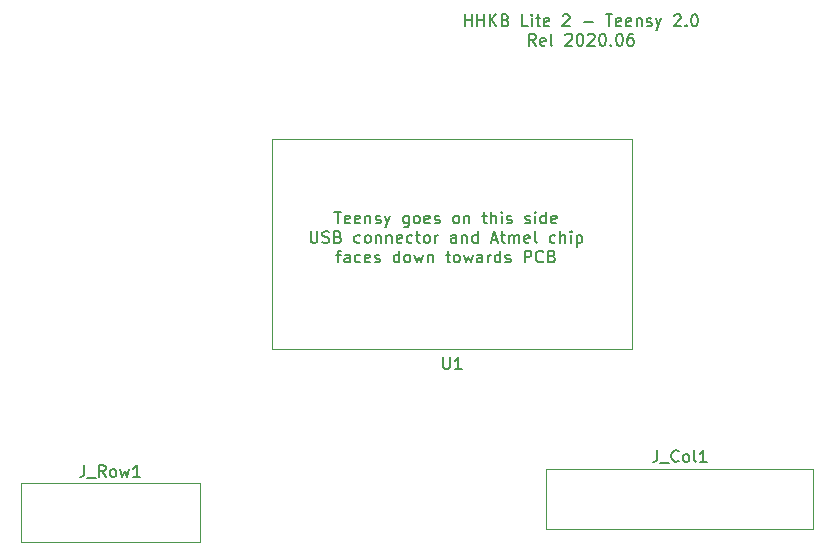
<source format=gbr>
G04 #@! TF.GenerationSoftware,KiCad,Pcbnew,(5.1.6-0-10_14)*
G04 #@! TF.CreationDate,2020-05-23T22:31:31+08:00*
G04 #@! TF.ProjectId,HHKB Lite 2,48484b42-204c-4697-9465-20322e6b6963,2020.06*
G04 #@! TF.SameCoordinates,Original*
G04 #@! TF.FileFunction,Legend,Top*
G04 #@! TF.FilePolarity,Positive*
%FSLAX46Y46*%
G04 Gerber Fmt 4.6, Leading zero omitted, Abs format (unit mm)*
G04 Created by KiCad (PCBNEW (5.1.6-0-10_14)) date 2020-05-23 22:31:31*
%MOMM*%
%LPD*%
G01*
G04 APERTURE LIST*
%ADD10C,0.150000*%
%ADD11C,0.120000*%
G04 APERTURE END LIST*
D10*
X148789619Y-49364380D02*
X149361047Y-49364380D01*
X149075333Y-50364380D02*
X149075333Y-49364380D01*
X150075333Y-50316761D02*
X149980095Y-50364380D01*
X149789619Y-50364380D01*
X149694380Y-50316761D01*
X149646761Y-50221523D01*
X149646761Y-49840571D01*
X149694380Y-49745333D01*
X149789619Y-49697714D01*
X149980095Y-49697714D01*
X150075333Y-49745333D01*
X150122952Y-49840571D01*
X150122952Y-49935809D01*
X149646761Y-50031047D01*
X150932476Y-50316761D02*
X150837238Y-50364380D01*
X150646761Y-50364380D01*
X150551523Y-50316761D01*
X150503904Y-50221523D01*
X150503904Y-49840571D01*
X150551523Y-49745333D01*
X150646761Y-49697714D01*
X150837238Y-49697714D01*
X150932476Y-49745333D01*
X150980095Y-49840571D01*
X150980095Y-49935809D01*
X150503904Y-50031047D01*
X151408666Y-49697714D02*
X151408666Y-50364380D01*
X151408666Y-49792952D02*
X151456285Y-49745333D01*
X151551523Y-49697714D01*
X151694380Y-49697714D01*
X151789619Y-49745333D01*
X151837238Y-49840571D01*
X151837238Y-50364380D01*
X152265809Y-50316761D02*
X152361047Y-50364380D01*
X152551523Y-50364380D01*
X152646761Y-50316761D01*
X152694380Y-50221523D01*
X152694380Y-50173904D01*
X152646761Y-50078666D01*
X152551523Y-50031047D01*
X152408666Y-50031047D01*
X152313428Y-49983428D01*
X152265809Y-49888190D01*
X152265809Y-49840571D01*
X152313428Y-49745333D01*
X152408666Y-49697714D01*
X152551523Y-49697714D01*
X152646761Y-49745333D01*
X153027714Y-49697714D02*
X153265809Y-50364380D01*
X153503904Y-49697714D02*
X153265809Y-50364380D01*
X153170571Y-50602476D01*
X153122952Y-50650095D01*
X153027714Y-50697714D01*
X155075333Y-49697714D02*
X155075333Y-50507238D01*
X155027714Y-50602476D01*
X154980095Y-50650095D01*
X154884857Y-50697714D01*
X154742000Y-50697714D01*
X154646761Y-50650095D01*
X155075333Y-50316761D02*
X154980095Y-50364380D01*
X154789619Y-50364380D01*
X154694380Y-50316761D01*
X154646761Y-50269142D01*
X154599142Y-50173904D01*
X154599142Y-49888190D01*
X154646761Y-49792952D01*
X154694380Y-49745333D01*
X154789619Y-49697714D01*
X154980095Y-49697714D01*
X155075333Y-49745333D01*
X155694380Y-50364380D02*
X155599142Y-50316761D01*
X155551523Y-50269142D01*
X155503904Y-50173904D01*
X155503904Y-49888190D01*
X155551523Y-49792952D01*
X155599142Y-49745333D01*
X155694380Y-49697714D01*
X155837238Y-49697714D01*
X155932476Y-49745333D01*
X155980095Y-49792952D01*
X156027714Y-49888190D01*
X156027714Y-50173904D01*
X155980095Y-50269142D01*
X155932476Y-50316761D01*
X155837238Y-50364380D01*
X155694380Y-50364380D01*
X156837238Y-50316761D02*
X156742000Y-50364380D01*
X156551523Y-50364380D01*
X156456285Y-50316761D01*
X156408666Y-50221523D01*
X156408666Y-49840571D01*
X156456285Y-49745333D01*
X156551523Y-49697714D01*
X156742000Y-49697714D01*
X156837238Y-49745333D01*
X156884857Y-49840571D01*
X156884857Y-49935809D01*
X156408666Y-50031047D01*
X157265809Y-50316761D02*
X157361047Y-50364380D01*
X157551523Y-50364380D01*
X157646761Y-50316761D01*
X157694380Y-50221523D01*
X157694380Y-50173904D01*
X157646761Y-50078666D01*
X157551523Y-50031047D01*
X157408666Y-50031047D01*
X157313428Y-49983428D01*
X157265809Y-49888190D01*
X157265809Y-49840571D01*
X157313428Y-49745333D01*
X157408666Y-49697714D01*
X157551523Y-49697714D01*
X157646761Y-49745333D01*
X159027714Y-50364380D02*
X158932476Y-50316761D01*
X158884857Y-50269142D01*
X158837238Y-50173904D01*
X158837238Y-49888190D01*
X158884857Y-49792952D01*
X158932476Y-49745333D01*
X159027714Y-49697714D01*
X159170571Y-49697714D01*
X159265809Y-49745333D01*
X159313428Y-49792952D01*
X159361047Y-49888190D01*
X159361047Y-50173904D01*
X159313428Y-50269142D01*
X159265809Y-50316761D01*
X159170571Y-50364380D01*
X159027714Y-50364380D01*
X159789619Y-49697714D02*
X159789619Y-50364380D01*
X159789619Y-49792952D02*
X159837238Y-49745333D01*
X159932476Y-49697714D01*
X160075333Y-49697714D01*
X160170571Y-49745333D01*
X160218190Y-49840571D01*
X160218190Y-50364380D01*
X161313428Y-49697714D02*
X161694380Y-49697714D01*
X161456285Y-49364380D02*
X161456285Y-50221523D01*
X161503904Y-50316761D01*
X161599142Y-50364380D01*
X161694380Y-50364380D01*
X162027714Y-50364380D02*
X162027714Y-49364380D01*
X162456285Y-50364380D02*
X162456285Y-49840571D01*
X162408666Y-49745333D01*
X162313428Y-49697714D01*
X162170571Y-49697714D01*
X162075333Y-49745333D01*
X162027714Y-49792952D01*
X162932476Y-50364380D02*
X162932476Y-49697714D01*
X162932476Y-49364380D02*
X162884857Y-49412000D01*
X162932476Y-49459619D01*
X162980095Y-49412000D01*
X162932476Y-49364380D01*
X162932476Y-49459619D01*
X163361047Y-50316761D02*
X163456285Y-50364380D01*
X163646761Y-50364380D01*
X163742000Y-50316761D01*
X163789619Y-50221523D01*
X163789619Y-50173904D01*
X163742000Y-50078666D01*
X163646761Y-50031047D01*
X163503904Y-50031047D01*
X163408666Y-49983428D01*
X163361047Y-49888190D01*
X163361047Y-49840571D01*
X163408666Y-49745333D01*
X163503904Y-49697714D01*
X163646761Y-49697714D01*
X163742000Y-49745333D01*
X164932476Y-50316761D02*
X165027714Y-50364380D01*
X165218190Y-50364380D01*
X165313428Y-50316761D01*
X165361047Y-50221523D01*
X165361047Y-50173904D01*
X165313428Y-50078666D01*
X165218190Y-50031047D01*
X165075333Y-50031047D01*
X164980095Y-49983428D01*
X164932476Y-49888190D01*
X164932476Y-49840571D01*
X164980095Y-49745333D01*
X165075333Y-49697714D01*
X165218190Y-49697714D01*
X165313428Y-49745333D01*
X165789619Y-50364380D02*
X165789619Y-49697714D01*
X165789619Y-49364380D02*
X165742000Y-49412000D01*
X165789619Y-49459619D01*
X165837238Y-49412000D01*
X165789619Y-49364380D01*
X165789619Y-49459619D01*
X166694380Y-50364380D02*
X166694380Y-49364380D01*
X166694380Y-50316761D02*
X166599142Y-50364380D01*
X166408666Y-50364380D01*
X166313428Y-50316761D01*
X166265809Y-50269142D01*
X166218190Y-50173904D01*
X166218190Y-49888190D01*
X166265809Y-49792952D01*
X166313428Y-49745333D01*
X166408666Y-49697714D01*
X166599142Y-49697714D01*
X166694380Y-49745333D01*
X167551523Y-50316761D02*
X167456285Y-50364380D01*
X167265809Y-50364380D01*
X167170571Y-50316761D01*
X167122952Y-50221523D01*
X167122952Y-49840571D01*
X167170571Y-49745333D01*
X167265809Y-49697714D01*
X167456285Y-49697714D01*
X167551523Y-49745333D01*
X167599142Y-49840571D01*
X167599142Y-49935809D01*
X167122952Y-50031047D01*
X146765809Y-51014380D02*
X146765809Y-51823904D01*
X146813428Y-51919142D01*
X146861047Y-51966761D01*
X146956285Y-52014380D01*
X147146761Y-52014380D01*
X147242000Y-51966761D01*
X147289619Y-51919142D01*
X147337238Y-51823904D01*
X147337238Y-51014380D01*
X147765809Y-51966761D02*
X147908666Y-52014380D01*
X148146761Y-52014380D01*
X148242000Y-51966761D01*
X148289619Y-51919142D01*
X148337238Y-51823904D01*
X148337238Y-51728666D01*
X148289619Y-51633428D01*
X148242000Y-51585809D01*
X148146761Y-51538190D01*
X147956285Y-51490571D01*
X147861047Y-51442952D01*
X147813428Y-51395333D01*
X147765809Y-51300095D01*
X147765809Y-51204857D01*
X147813428Y-51109619D01*
X147861047Y-51062000D01*
X147956285Y-51014380D01*
X148194380Y-51014380D01*
X148337238Y-51062000D01*
X149099142Y-51490571D02*
X149242000Y-51538190D01*
X149289619Y-51585809D01*
X149337238Y-51681047D01*
X149337238Y-51823904D01*
X149289619Y-51919142D01*
X149242000Y-51966761D01*
X149146761Y-52014380D01*
X148765809Y-52014380D01*
X148765809Y-51014380D01*
X149099142Y-51014380D01*
X149194380Y-51062000D01*
X149242000Y-51109619D01*
X149289619Y-51204857D01*
X149289619Y-51300095D01*
X149242000Y-51395333D01*
X149194380Y-51442952D01*
X149099142Y-51490571D01*
X148765809Y-51490571D01*
X150956285Y-51966761D02*
X150861047Y-52014380D01*
X150670571Y-52014380D01*
X150575333Y-51966761D01*
X150527714Y-51919142D01*
X150480095Y-51823904D01*
X150480095Y-51538190D01*
X150527714Y-51442952D01*
X150575333Y-51395333D01*
X150670571Y-51347714D01*
X150861047Y-51347714D01*
X150956285Y-51395333D01*
X151527714Y-52014380D02*
X151432476Y-51966761D01*
X151384857Y-51919142D01*
X151337238Y-51823904D01*
X151337238Y-51538190D01*
X151384857Y-51442952D01*
X151432476Y-51395333D01*
X151527714Y-51347714D01*
X151670571Y-51347714D01*
X151765809Y-51395333D01*
X151813428Y-51442952D01*
X151861047Y-51538190D01*
X151861047Y-51823904D01*
X151813428Y-51919142D01*
X151765809Y-51966761D01*
X151670571Y-52014380D01*
X151527714Y-52014380D01*
X152289619Y-51347714D02*
X152289619Y-52014380D01*
X152289619Y-51442952D02*
X152337238Y-51395333D01*
X152432476Y-51347714D01*
X152575333Y-51347714D01*
X152670571Y-51395333D01*
X152718190Y-51490571D01*
X152718190Y-52014380D01*
X153194380Y-51347714D02*
X153194380Y-52014380D01*
X153194380Y-51442952D02*
X153242000Y-51395333D01*
X153337238Y-51347714D01*
X153480095Y-51347714D01*
X153575333Y-51395333D01*
X153622952Y-51490571D01*
X153622952Y-52014380D01*
X154480095Y-51966761D02*
X154384857Y-52014380D01*
X154194380Y-52014380D01*
X154099142Y-51966761D01*
X154051523Y-51871523D01*
X154051523Y-51490571D01*
X154099142Y-51395333D01*
X154194380Y-51347714D01*
X154384857Y-51347714D01*
X154480095Y-51395333D01*
X154527714Y-51490571D01*
X154527714Y-51585809D01*
X154051523Y-51681047D01*
X155384857Y-51966761D02*
X155289619Y-52014380D01*
X155099142Y-52014380D01*
X155003904Y-51966761D01*
X154956285Y-51919142D01*
X154908666Y-51823904D01*
X154908666Y-51538190D01*
X154956285Y-51442952D01*
X155003904Y-51395333D01*
X155099142Y-51347714D01*
X155289619Y-51347714D01*
X155384857Y-51395333D01*
X155670571Y-51347714D02*
X156051523Y-51347714D01*
X155813428Y-51014380D02*
X155813428Y-51871523D01*
X155861047Y-51966761D01*
X155956285Y-52014380D01*
X156051523Y-52014380D01*
X156527714Y-52014380D02*
X156432476Y-51966761D01*
X156384857Y-51919142D01*
X156337238Y-51823904D01*
X156337238Y-51538190D01*
X156384857Y-51442952D01*
X156432476Y-51395333D01*
X156527714Y-51347714D01*
X156670571Y-51347714D01*
X156765809Y-51395333D01*
X156813428Y-51442952D01*
X156861047Y-51538190D01*
X156861047Y-51823904D01*
X156813428Y-51919142D01*
X156765809Y-51966761D01*
X156670571Y-52014380D01*
X156527714Y-52014380D01*
X157289619Y-52014380D02*
X157289619Y-51347714D01*
X157289619Y-51538190D02*
X157337238Y-51442952D01*
X157384857Y-51395333D01*
X157480095Y-51347714D01*
X157575333Y-51347714D01*
X159099142Y-52014380D02*
X159099142Y-51490571D01*
X159051523Y-51395333D01*
X158956285Y-51347714D01*
X158765809Y-51347714D01*
X158670571Y-51395333D01*
X159099142Y-51966761D02*
X159003904Y-52014380D01*
X158765809Y-52014380D01*
X158670571Y-51966761D01*
X158622952Y-51871523D01*
X158622952Y-51776285D01*
X158670571Y-51681047D01*
X158765809Y-51633428D01*
X159003904Y-51633428D01*
X159099142Y-51585809D01*
X159575333Y-51347714D02*
X159575333Y-52014380D01*
X159575333Y-51442952D02*
X159622952Y-51395333D01*
X159718190Y-51347714D01*
X159861047Y-51347714D01*
X159956285Y-51395333D01*
X160003904Y-51490571D01*
X160003904Y-52014380D01*
X160908666Y-52014380D02*
X160908666Y-51014380D01*
X160908666Y-51966761D02*
X160813428Y-52014380D01*
X160622952Y-52014380D01*
X160527714Y-51966761D01*
X160480095Y-51919142D01*
X160432476Y-51823904D01*
X160432476Y-51538190D01*
X160480095Y-51442952D01*
X160527714Y-51395333D01*
X160622952Y-51347714D01*
X160813428Y-51347714D01*
X160908666Y-51395333D01*
X162099142Y-51728666D02*
X162575333Y-51728666D01*
X162003904Y-52014380D02*
X162337238Y-51014380D01*
X162670571Y-52014380D01*
X162861047Y-51347714D02*
X163242000Y-51347714D01*
X163003904Y-51014380D02*
X163003904Y-51871523D01*
X163051523Y-51966761D01*
X163146761Y-52014380D01*
X163242000Y-52014380D01*
X163575333Y-52014380D02*
X163575333Y-51347714D01*
X163575333Y-51442952D02*
X163622952Y-51395333D01*
X163718190Y-51347714D01*
X163861047Y-51347714D01*
X163956285Y-51395333D01*
X164003904Y-51490571D01*
X164003904Y-52014380D01*
X164003904Y-51490571D02*
X164051523Y-51395333D01*
X164146761Y-51347714D01*
X164289619Y-51347714D01*
X164384857Y-51395333D01*
X164432476Y-51490571D01*
X164432476Y-52014380D01*
X165289619Y-51966761D02*
X165194380Y-52014380D01*
X165003904Y-52014380D01*
X164908666Y-51966761D01*
X164861047Y-51871523D01*
X164861047Y-51490571D01*
X164908666Y-51395333D01*
X165003904Y-51347714D01*
X165194380Y-51347714D01*
X165289619Y-51395333D01*
X165337238Y-51490571D01*
X165337238Y-51585809D01*
X164861047Y-51681047D01*
X165908666Y-52014380D02*
X165813428Y-51966761D01*
X165765809Y-51871523D01*
X165765809Y-51014380D01*
X167480095Y-51966761D02*
X167384857Y-52014380D01*
X167194380Y-52014380D01*
X167099142Y-51966761D01*
X167051523Y-51919142D01*
X167003904Y-51823904D01*
X167003904Y-51538190D01*
X167051523Y-51442952D01*
X167099142Y-51395333D01*
X167194380Y-51347714D01*
X167384857Y-51347714D01*
X167480095Y-51395333D01*
X167908666Y-52014380D02*
X167908666Y-51014380D01*
X168337238Y-52014380D02*
X168337238Y-51490571D01*
X168289619Y-51395333D01*
X168194380Y-51347714D01*
X168051523Y-51347714D01*
X167956285Y-51395333D01*
X167908666Y-51442952D01*
X168813428Y-52014380D02*
X168813428Y-51347714D01*
X168813428Y-51014380D02*
X168765809Y-51062000D01*
X168813428Y-51109619D01*
X168861047Y-51062000D01*
X168813428Y-51014380D01*
X168813428Y-51109619D01*
X169289619Y-51347714D02*
X169289619Y-52347714D01*
X169289619Y-51395333D02*
X169384857Y-51347714D01*
X169575333Y-51347714D01*
X169670571Y-51395333D01*
X169718190Y-51442952D01*
X169765809Y-51538190D01*
X169765809Y-51823904D01*
X169718190Y-51919142D01*
X169670571Y-51966761D01*
X169575333Y-52014380D01*
X169384857Y-52014380D01*
X169289619Y-51966761D01*
X148932476Y-52997714D02*
X149313428Y-52997714D01*
X149075333Y-53664380D02*
X149075333Y-52807238D01*
X149122952Y-52712000D01*
X149218190Y-52664380D01*
X149313428Y-52664380D01*
X150075333Y-53664380D02*
X150075333Y-53140571D01*
X150027714Y-53045333D01*
X149932476Y-52997714D01*
X149742000Y-52997714D01*
X149646761Y-53045333D01*
X150075333Y-53616761D02*
X149980095Y-53664380D01*
X149742000Y-53664380D01*
X149646761Y-53616761D01*
X149599142Y-53521523D01*
X149599142Y-53426285D01*
X149646761Y-53331047D01*
X149742000Y-53283428D01*
X149980095Y-53283428D01*
X150075333Y-53235809D01*
X150980095Y-53616761D02*
X150884857Y-53664380D01*
X150694380Y-53664380D01*
X150599142Y-53616761D01*
X150551523Y-53569142D01*
X150503904Y-53473904D01*
X150503904Y-53188190D01*
X150551523Y-53092952D01*
X150599142Y-53045333D01*
X150694380Y-52997714D01*
X150884857Y-52997714D01*
X150980095Y-53045333D01*
X151789619Y-53616761D02*
X151694380Y-53664380D01*
X151503904Y-53664380D01*
X151408666Y-53616761D01*
X151361047Y-53521523D01*
X151361047Y-53140571D01*
X151408666Y-53045333D01*
X151503904Y-52997714D01*
X151694380Y-52997714D01*
X151789619Y-53045333D01*
X151837238Y-53140571D01*
X151837238Y-53235809D01*
X151361047Y-53331047D01*
X152218190Y-53616761D02*
X152313428Y-53664380D01*
X152503904Y-53664380D01*
X152599142Y-53616761D01*
X152646761Y-53521523D01*
X152646761Y-53473904D01*
X152599142Y-53378666D01*
X152503904Y-53331047D01*
X152361047Y-53331047D01*
X152265809Y-53283428D01*
X152218190Y-53188190D01*
X152218190Y-53140571D01*
X152265809Y-53045333D01*
X152361047Y-52997714D01*
X152503904Y-52997714D01*
X152599142Y-53045333D01*
X154265809Y-53664380D02*
X154265809Y-52664380D01*
X154265809Y-53616761D02*
X154170571Y-53664380D01*
X153980095Y-53664380D01*
X153884857Y-53616761D01*
X153837238Y-53569142D01*
X153789619Y-53473904D01*
X153789619Y-53188190D01*
X153837238Y-53092952D01*
X153884857Y-53045333D01*
X153980095Y-52997714D01*
X154170571Y-52997714D01*
X154265809Y-53045333D01*
X154884857Y-53664380D02*
X154789619Y-53616761D01*
X154742000Y-53569142D01*
X154694380Y-53473904D01*
X154694380Y-53188190D01*
X154742000Y-53092952D01*
X154789619Y-53045333D01*
X154884857Y-52997714D01*
X155027714Y-52997714D01*
X155122952Y-53045333D01*
X155170571Y-53092952D01*
X155218190Y-53188190D01*
X155218190Y-53473904D01*
X155170571Y-53569142D01*
X155122952Y-53616761D01*
X155027714Y-53664380D01*
X154884857Y-53664380D01*
X155551523Y-52997714D02*
X155742000Y-53664380D01*
X155932476Y-53188190D01*
X156122952Y-53664380D01*
X156313428Y-52997714D01*
X156694380Y-52997714D02*
X156694380Y-53664380D01*
X156694380Y-53092952D02*
X156742000Y-53045333D01*
X156837238Y-52997714D01*
X156980095Y-52997714D01*
X157075333Y-53045333D01*
X157122952Y-53140571D01*
X157122952Y-53664380D01*
X158218190Y-52997714D02*
X158599142Y-52997714D01*
X158361047Y-52664380D02*
X158361047Y-53521523D01*
X158408666Y-53616761D01*
X158503904Y-53664380D01*
X158599142Y-53664380D01*
X159075333Y-53664380D02*
X158980095Y-53616761D01*
X158932476Y-53569142D01*
X158884857Y-53473904D01*
X158884857Y-53188190D01*
X158932476Y-53092952D01*
X158980095Y-53045333D01*
X159075333Y-52997714D01*
X159218190Y-52997714D01*
X159313428Y-53045333D01*
X159361047Y-53092952D01*
X159408666Y-53188190D01*
X159408666Y-53473904D01*
X159361047Y-53569142D01*
X159313428Y-53616761D01*
X159218190Y-53664380D01*
X159075333Y-53664380D01*
X159742000Y-52997714D02*
X159932476Y-53664380D01*
X160122952Y-53188190D01*
X160313428Y-53664380D01*
X160503904Y-52997714D01*
X161313428Y-53664380D02*
X161313428Y-53140571D01*
X161265809Y-53045333D01*
X161170571Y-52997714D01*
X160980095Y-52997714D01*
X160884857Y-53045333D01*
X161313428Y-53616761D02*
X161218190Y-53664380D01*
X160980095Y-53664380D01*
X160884857Y-53616761D01*
X160837238Y-53521523D01*
X160837238Y-53426285D01*
X160884857Y-53331047D01*
X160980095Y-53283428D01*
X161218190Y-53283428D01*
X161313428Y-53235809D01*
X161789619Y-53664380D02*
X161789619Y-52997714D01*
X161789619Y-53188190D02*
X161837238Y-53092952D01*
X161884857Y-53045333D01*
X161980095Y-52997714D01*
X162075333Y-52997714D01*
X162837238Y-53664380D02*
X162837238Y-52664380D01*
X162837238Y-53616761D02*
X162742000Y-53664380D01*
X162551523Y-53664380D01*
X162456285Y-53616761D01*
X162408666Y-53569142D01*
X162361047Y-53473904D01*
X162361047Y-53188190D01*
X162408666Y-53092952D01*
X162456285Y-53045333D01*
X162551523Y-52997714D01*
X162742000Y-52997714D01*
X162837238Y-53045333D01*
X163265809Y-53616761D02*
X163361047Y-53664380D01*
X163551523Y-53664380D01*
X163646761Y-53616761D01*
X163694380Y-53521523D01*
X163694380Y-53473904D01*
X163646761Y-53378666D01*
X163551523Y-53331047D01*
X163408666Y-53331047D01*
X163313428Y-53283428D01*
X163265809Y-53188190D01*
X163265809Y-53140571D01*
X163313428Y-53045333D01*
X163408666Y-52997714D01*
X163551523Y-52997714D01*
X163646761Y-53045333D01*
X164884857Y-53664380D02*
X164884857Y-52664380D01*
X165265809Y-52664380D01*
X165361047Y-52712000D01*
X165408666Y-52759619D01*
X165456285Y-52854857D01*
X165456285Y-52997714D01*
X165408666Y-53092952D01*
X165361047Y-53140571D01*
X165265809Y-53188190D01*
X164884857Y-53188190D01*
X166456285Y-53569142D02*
X166408666Y-53616761D01*
X166265809Y-53664380D01*
X166170571Y-53664380D01*
X166027714Y-53616761D01*
X165932476Y-53521523D01*
X165884857Y-53426285D01*
X165837238Y-53235809D01*
X165837238Y-53092952D01*
X165884857Y-52902476D01*
X165932476Y-52807238D01*
X166027714Y-52712000D01*
X166170571Y-52664380D01*
X166265809Y-52664380D01*
X166408666Y-52712000D01*
X166456285Y-52759619D01*
X167218190Y-53140571D02*
X167361047Y-53188190D01*
X167408666Y-53235809D01*
X167456285Y-53331047D01*
X167456285Y-53473904D01*
X167408666Y-53569142D01*
X167361047Y-53616761D01*
X167265809Y-53664380D01*
X166884857Y-53664380D01*
X166884857Y-52664380D01*
X167218190Y-52664380D01*
X167313428Y-52712000D01*
X167361047Y-52759619D01*
X167408666Y-52854857D01*
X167408666Y-52950095D01*
X167361047Y-53045333D01*
X167313428Y-53092952D01*
X167218190Y-53140571D01*
X166884857Y-53140571D01*
D11*
X143510000Y-60960000D02*
X143510000Y-43180000D01*
X173990000Y-60960000D02*
X143510000Y-60960000D01*
X173990000Y-43180000D02*
X173990000Y-60960000D01*
X143510000Y-43180000D02*
X173990000Y-43180000D01*
D10*
X159838666Y-33663380D02*
X159838666Y-32663380D01*
X159838666Y-33139571D02*
X160410095Y-33139571D01*
X160410095Y-33663380D02*
X160410095Y-32663380D01*
X160886285Y-33663380D02*
X160886285Y-32663380D01*
X160886285Y-33139571D02*
X161457714Y-33139571D01*
X161457714Y-33663380D02*
X161457714Y-32663380D01*
X161933904Y-33663380D02*
X161933904Y-32663380D01*
X162505333Y-33663380D02*
X162076761Y-33091952D01*
X162505333Y-32663380D02*
X161933904Y-33234809D01*
X163267238Y-33139571D02*
X163410095Y-33187190D01*
X163457714Y-33234809D01*
X163505333Y-33330047D01*
X163505333Y-33472904D01*
X163457714Y-33568142D01*
X163410095Y-33615761D01*
X163314857Y-33663380D01*
X162933904Y-33663380D01*
X162933904Y-32663380D01*
X163267238Y-32663380D01*
X163362476Y-32711000D01*
X163410095Y-32758619D01*
X163457714Y-32853857D01*
X163457714Y-32949095D01*
X163410095Y-33044333D01*
X163362476Y-33091952D01*
X163267238Y-33139571D01*
X162933904Y-33139571D01*
X165172000Y-33663380D02*
X164695809Y-33663380D01*
X164695809Y-32663380D01*
X165505333Y-33663380D02*
X165505333Y-32996714D01*
X165505333Y-32663380D02*
X165457714Y-32711000D01*
X165505333Y-32758619D01*
X165552952Y-32711000D01*
X165505333Y-32663380D01*
X165505333Y-32758619D01*
X165838666Y-32996714D02*
X166219619Y-32996714D01*
X165981523Y-32663380D02*
X165981523Y-33520523D01*
X166029142Y-33615761D01*
X166124380Y-33663380D01*
X166219619Y-33663380D01*
X166933904Y-33615761D02*
X166838666Y-33663380D01*
X166648190Y-33663380D01*
X166552952Y-33615761D01*
X166505333Y-33520523D01*
X166505333Y-33139571D01*
X166552952Y-33044333D01*
X166648190Y-32996714D01*
X166838666Y-32996714D01*
X166933904Y-33044333D01*
X166981523Y-33139571D01*
X166981523Y-33234809D01*
X166505333Y-33330047D01*
X168124380Y-32758619D02*
X168172000Y-32711000D01*
X168267238Y-32663380D01*
X168505333Y-32663380D01*
X168600571Y-32711000D01*
X168648190Y-32758619D01*
X168695809Y-32853857D01*
X168695809Y-32949095D01*
X168648190Y-33091952D01*
X168076761Y-33663380D01*
X168695809Y-33663380D01*
X169886285Y-33282428D02*
X170648190Y-33282428D01*
X171743428Y-32663380D02*
X172314857Y-32663380D01*
X172029142Y-33663380D02*
X172029142Y-32663380D01*
X173029142Y-33615761D02*
X172933904Y-33663380D01*
X172743428Y-33663380D01*
X172648190Y-33615761D01*
X172600571Y-33520523D01*
X172600571Y-33139571D01*
X172648190Y-33044333D01*
X172743428Y-32996714D01*
X172933904Y-32996714D01*
X173029142Y-33044333D01*
X173076761Y-33139571D01*
X173076761Y-33234809D01*
X172600571Y-33330047D01*
X173886285Y-33615761D02*
X173791047Y-33663380D01*
X173600571Y-33663380D01*
X173505333Y-33615761D01*
X173457714Y-33520523D01*
X173457714Y-33139571D01*
X173505333Y-33044333D01*
X173600571Y-32996714D01*
X173791047Y-32996714D01*
X173886285Y-33044333D01*
X173933904Y-33139571D01*
X173933904Y-33234809D01*
X173457714Y-33330047D01*
X174362476Y-32996714D02*
X174362476Y-33663380D01*
X174362476Y-33091952D02*
X174410095Y-33044333D01*
X174505333Y-32996714D01*
X174648190Y-32996714D01*
X174743428Y-33044333D01*
X174791047Y-33139571D01*
X174791047Y-33663380D01*
X175219619Y-33615761D02*
X175314857Y-33663380D01*
X175505333Y-33663380D01*
X175600571Y-33615761D01*
X175648190Y-33520523D01*
X175648190Y-33472904D01*
X175600571Y-33377666D01*
X175505333Y-33330047D01*
X175362476Y-33330047D01*
X175267238Y-33282428D01*
X175219619Y-33187190D01*
X175219619Y-33139571D01*
X175267238Y-33044333D01*
X175362476Y-32996714D01*
X175505333Y-32996714D01*
X175600571Y-33044333D01*
X175981523Y-32996714D02*
X176219619Y-33663380D01*
X176457714Y-32996714D02*
X176219619Y-33663380D01*
X176124380Y-33901476D01*
X176076761Y-33949095D01*
X175981523Y-33996714D01*
X177552952Y-32758619D02*
X177600571Y-32711000D01*
X177695809Y-32663380D01*
X177933904Y-32663380D01*
X178029142Y-32711000D01*
X178076761Y-32758619D01*
X178124380Y-32853857D01*
X178124380Y-32949095D01*
X178076761Y-33091952D01*
X177505333Y-33663380D01*
X178124380Y-33663380D01*
X178552952Y-33568142D02*
X178600571Y-33615761D01*
X178552952Y-33663380D01*
X178505333Y-33615761D01*
X178552952Y-33568142D01*
X178552952Y-33663380D01*
X179219619Y-32663380D02*
X179314857Y-32663380D01*
X179410095Y-32711000D01*
X179457714Y-32758619D01*
X179505333Y-32853857D01*
X179552952Y-33044333D01*
X179552952Y-33282428D01*
X179505333Y-33472904D01*
X179457714Y-33568142D01*
X179410095Y-33615761D01*
X179314857Y-33663380D01*
X179219619Y-33663380D01*
X179124380Y-33615761D01*
X179076761Y-33568142D01*
X179029142Y-33472904D01*
X178981523Y-33282428D01*
X178981523Y-33044333D01*
X179029142Y-32853857D01*
X179076761Y-32758619D01*
X179124380Y-32711000D01*
X179219619Y-32663380D01*
X165814857Y-35313380D02*
X165481523Y-34837190D01*
X165243428Y-35313380D02*
X165243428Y-34313380D01*
X165624380Y-34313380D01*
X165719619Y-34361000D01*
X165767238Y-34408619D01*
X165814857Y-34503857D01*
X165814857Y-34646714D01*
X165767238Y-34741952D01*
X165719619Y-34789571D01*
X165624380Y-34837190D01*
X165243428Y-34837190D01*
X166624380Y-35265761D02*
X166529142Y-35313380D01*
X166338666Y-35313380D01*
X166243428Y-35265761D01*
X166195809Y-35170523D01*
X166195809Y-34789571D01*
X166243428Y-34694333D01*
X166338666Y-34646714D01*
X166529142Y-34646714D01*
X166624380Y-34694333D01*
X166672000Y-34789571D01*
X166672000Y-34884809D01*
X166195809Y-34980047D01*
X167243428Y-35313380D02*
X167148190Y-35265761D01*
X167100571Y-35170523D01*
X167100571Y-34313380D01*
X168338666Y-34408619D02*
X168386285Y-34361000D01*
X168481523Y-34313380D01*
X168719619Y-34313380D01*
X168814857Y-34361000D01*
X168862476Y-34408619D01*
X168910095Y-34503857D01*
X168910095Y-34599095D01*
X168862476Y-34741952D01*
X168291047Y-35313380D01*
X168910095Y-35313380D01*
X169529142Y-34313380D02*
X169624380Y-34313380D01*
X169719619Y-34361000D01*
X169767238Y-34408619D01*
X169814857Y-34503857D01*
X169862476Y-34694333D01*
X169862476Y-34932428D01*
X169814857Y-35122904D01*
X169767238Y-35218142D01*
X169719619Y-35265761D01*
X169624380Y-35313380D01*
X169529142Y-35313380D01*
X169433904Y-35265761D01*
X169386285Y-35218142D01*
X169338666Y-35122904D01*
X169291047Y-34932428D01*
X169291047Y-34694333D01*
X169338666Y-34503857D01*
X169386285Y-34408619D01*
X169433904Y-34361000D01*
X169529142Y-34313380D01*
X170243428Y-34408619D02*
X170291047Y-34361000D01*
X170386285Y-34313380D01*
X170624380Y-34313380D01*
X170719619Y-34361000D01*
X170767238Y-34408619D01*
X170814857Y-34503857D01*
X170814857Y-34599095D01*
X170767238Y-34741952D01*
X170195809Y-35313380D01*
X170814857Y-35313380D01*
X171433904Y-34313380D02*
X171529142Y-34313380D01*
X171624380Y-34361000D01*
X171672000Y-34408619D01*
X171719619Y-34503857D01*
X171767238Y-34694333D01*
X171767238Y-34932428D01*
X171719619Y-35122904D01*
X171672000Y-35218142D01*
X171624380Y-35265761D01*
X171529142Y-35313380D01*
X171433904Y-35313380D01*
X171338666Y-35265761D01*
X171291047Y-35218142D01*
X171243428Y-35122904D01*
X171195809Y-34932428D01*
X171195809Y-34694333D01*
X171243428Y-34503857D01*
X171291047Y-34408619D01*
X171338666Y-34361000D01*
X171433904Y-34313380D01*
X172195809Y-35218142D02*
X172243428Y-35265761D01*
X172195809Y-35313380D01*
X172148190Y-35265761D01*
X172195809Y-35218142D01*
X172195809Y-35313380D01*
X172862476Y-34313380D02*
X172957714Y-34313380D01*
X173052952Y-34361000D01*
X173100571Y-34408619D01*
X173148190Y-34503857D01*
X173195809Y-34694333D01*
X173195809Y-34932428D01*
X173148190Y-35122904D01*
X173100571Y-35218142D01*
X173052952Y-35265761D01*
X172957714Y-35313380D01*
X172862476Y-35313380D01*
X172767238Y-35265761D01*
X172719619Y-35218142D01*
X172672000Y-35122904D01*
X172624380Y-34932428D01*
X172624380Y-34694333D01*
X172672000Y-34503857D01*
X172719619Y-34408619D01*
X172767238Y-34361000D01*
X172862476Y-34313380D01*
X174052952Y-34313380D02*
X173862476Y-34313380D01*
X173767238Y-34361000D01*
X173719619Y-34408619D01*
X173624380Y-34551476D01*
X173576761Y-34741952D01*
X173576761Y-35122904D01*
X173624380Y-35218142D01*
X173672000Y-35265761D01*
X173767238Y-35313380D01*
X173957714Y-35313380D01*
X174052952Y-35265761D01*
X174100571Y-35218142D01*
X174148190Y-35122904D01*
X174148190Y-34884809D01*
X174100571Y-34789571D01*
X174052952Y-34741952D01*
X173957714Y-34694333D01*
X173767238Y-34694333D01*
X173672000Y-34741952D01*
X173624380Y-34789571D01*
X173576761Y-34884809D01*
D11*
X122212000Y-72338000D02*
X137412000Y-72338000D01*
X122212000Y-77338000D02*
X137412000Y-77338000D01*
X137412000Y-77338000D02*
X137412000Y-72338000D01*
X122212000Y-72338000D02*
X122212000Y-77338000D01*
X189310000Y-76252000D02*
X166710000Y-76252000D01*
X189310000Y-71152000D02*
X189310000Y-76252000D01*
X166710000Y-71152000D02*
X189310000Y-71152000D01*
X166710000Y-71152000D02*
X166710000Y-76252000D01*
D10*
X127603523Y-70826380D02*
X127603523Y-71540666D01*
X127555904Y-71683523D01*
X127460666Y-71778761D01*
X127317809Y-71826380D01*
X127222571Y-71826380D01*
X127841619Y-71921619D02*
X128603523Y-71921619D01*
X129413047Y-71826380D02*
X129079714Y-71350190D01*
X128841619Y-71826380D02*
X128841619Y-70826380D01*
X129222571Y-70826380D01*
X129317809Y-70874000D01*
X129365428Y-70921619D01*
X129413047Y-71016857D01*
X129413047Y-71159714D01*
X129365428Y-71254952D01*
X129317809Y-71302571D01*
X129222571Y-71350190D01*
X128841619Y-71350190D01*
X129984476Y-71826380D02*
X129889238Y-71778761D01*
X129841619Y-71731142D01*
X129794000Y-71635904D01*
X129794000Y-71350190D01*
X129841619Y-71254952D01*
X129889238Y-71207333D01*
X129984476Y-71159714D01*
X130127333Y-71159714D01*
X130222571Y-71207333D01*
X130270190Y-71254952D01*
X130317809Y-71350190D01*
X130317809Y-71635904D01*
X130270190Y-71731142D01*
X130222571Y-71778761D01*
X130127333Y-71826380D01*
X129984476Y-71826380D01*
X130651142Y-71159714D02*
X130841619Y-71826380D01*
X131032095Y-71350190D01*
X131222571Y-71826380D01*
X131413047Y-71159714D01*
X132317809Y-71826380D02*
X131746380Y-71826380D01*
X132032095Y-71826380D02*
X132032095Y-70826380D01*
X131936857Y-70969238D01*
X131841619Y-71064476D01*
X131746380Y-71112095D01*
X176125428Y-69556380D02*
X176125428Y-70270666D01*
X176077809Y-70413523D01*
X175982571Y-70508761D01*
X175839714Y-70556380D01*
X175744476Y-70556380D01*
X176363523Y-70651619D02*
X177125428Y-70651619D01*
X177934952Y-70461142D02*
X177887333Y-70508761D01*
X177744476Y-70556380D01*
X177649238Y-70556380D01*
X177506380Y-70508761D01*
X177411142Y-70413523D01*
X177363523Y-70318285D01*
X177315904Y-70127809D01*
X177315904Y-69984952D01*
X177363523Y-69794476D01*
X177411142Y-69699238D01*
X177506380Y-69604000D01*
X177649238Y-69556380D01*
X177744476Y-69556380D01*
X177887333Y-69604000D01*
X177934952Y-69651619D01*
X178506380Y-70556380D02*
X178411142Y-70508761D01*
X178363523Y-70461142D01*
X178315904Y-70365904D01*
X178315904Y-70080190D01*
X178363523Y-69984952D01*
X178411142Y-69937333D01*
X178506380Y-69889714D01*
X178649238Y-69889714D01*
X178744476Y-69937333D01*
X178792095Y-69984952D01*
X178839714Y-70080190D01*
X178839714Y-70365904D01*
X178792095Y-70461142D01*
X178744476Y-70508761D01*
X178649238Y-70556380D01*
X178506380Y-70556380D01*
X179411142Y-70556380D02*
X179315904Y-70508761D01*
X179268285Y-70413523D01*
X179268285Y-69556380D01*
X180315904Y-70556380D02*
X179744476Y-70556380D01*
X180030190Y-70556380D02*
X180030190Y-69556380D01*
X179934952Y-69699238D01*
X179839714Y-69794476D01*
X179744476Y-69842095D01*
X157988095Y-61682380D02*
X157988095Y-62491904D01*
X158035714Y-62587142D01*
X158083333Y-62634761D01*
X158178571Y-62682380D01*
X158369047Y-62682380D01*
X158464285Y-62634761D01*
X158511904Y-62587142D01*
X158559523Y-62491904D01*
X158559523Y-61682380D01*
X159559523Y-62682380D02*
X158988095Y-62682380D01*
X159273809Y-62682380D02*
X159273809Y-61682380D01*
X159178571Y-61825238D01*
X159083333Y-61920476D01*
X158988095Y-61968095D01*
M02*

</source>
